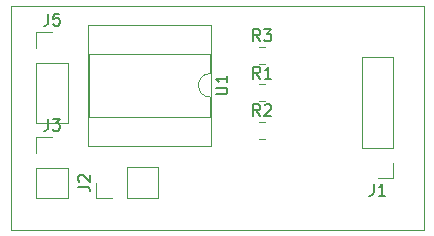
<source format=gbr>
%TF.GenerationSoftware,KiCad,Pcbnew,(5.1.6)-1*%
%TF.CreationDate,2020-09-18T09:58:32+02:00*%
%TF.ProjectId,rainbow-ledbar-CMS,7261696e-626f-4772-9d6c-65646261722d,rev?*%
%TF.SameCoordinates,Original*%
%TF.FileFunction,Legend,Top*%
%TF.FilePolarity,Positive*%
%FSLAX46Y46*%
G04 Gerber Fmt 4.6, Leading zero omitted, Abs format (unit mm)*
G04 Created by KiCad (PCBNEW (5.1.6)-1) date 2020-09-18 09:58:32*
%MOMM*%
%LPD*%
G01*
G04 APERTURE LIST*
%TA.AperFunction,Profile*%
%ADD10C,0.050000*%
%TD*%
%ADD11C,0.120000*%
%ADD12C,0.150000*%
G04 APERTURE END LIST*
D10*
X140000000Y-91000000D02*
X140000000Y-72000000D01*
X175000000Y-91000000D02*
X140000000Y-91000000D01*
X175000000Y-72000000D02*
X175000000Y-91000000D01*
X140000000Y-72000000D02*
X175000000Y-72000000D01*
D11*
%TO.C,R1*%
X161031422Y-80085000D02*
X161548578Y-80085000D01*
X161031422Y-78665000D02*
X161548578Y-78665000D01*
%TO.C,R2*%
X161031422Y-81840000D02*
X161548578Y-81840000D01*
X161031422Y-83260000D02*
X161548578Y-83260000D01*
%TO.C,R3*%
X161031422Y-76910000D02*
X161548578Y-76910000D01*
X161031422Y-75490000D02*
X161548578Y-75490000D01*
%TO.C,J1*%
X172399000Y-76350000D02*
X169739000Y-76350000D01*
X172399000Y-84030000D02*
X172399000Y-76350000D01*
X169739000Y-84030000D02*
X169739000Y-76350000D01*
X172399000Y-84030000D02*
X169739000Y-84030000D01*
X172399000Y-85300000D02*
X172399000Y-86630000D01*
X172399000Y-86630000D02*
X171069000Y-86630000D01*
%TO.C,J2*%
X152460000Y-88325000D02*
X152460000Y-85665000D01*
X149860000Y-88325000D02*
X152460000Y-88325000D01*
X149860000Y-85665000D02*
X152460000Y-85665000D01*
X149860000Y-88325000D02*
X149860000Y-85665000D01*
X148590000Y-88325000D02*
X147260000Y-88325000D01*
X147260000Y-88325000D02*
X147260000Y-86995000D01*
%TO.C,J3*%
X142180000Y-83125000D02*
X143510000Y-83125000D01*
X142180000Y-84455000D02*
X142180000Y-83125000D01*
X142180000Y-85725000D02*
X144840000Y-85725000D01*
X144840000Y-85725000D02*
X144840000Y-88325000D01*
X142180000Y-85725000D02*
X142180000Y-88325000D01*
X142180000Y-88325000D02*
X144840000Y-88325000D01*
%TO.C,J5*%
X142180000Y-81975000D02*
X144840000Y-81975000D01*
X142180000Y-76835000D02*
X142180000Y-81975000D01*
X144840000Y-76835000D02*
X144840000Y-81975000D01*
X142180000Y-76835000D02*
X144840000Y-76835000D01*
X142180000Y-75565000D02*
X142180000Y-74235000D01*
X142180000Y-74235000D02*
X143510000Y-74235000D01*
%TO.C,U1*%
X156905000Y-77740000D02*
X156905000Y-76090000D01*
X156905000Y-76090000D02*
X146625000Y-76090000D01*
X146625000Y-76090000D02*
X146625000Y-81390000D01*
X146625000Y-81390000D02*
X156905000Y-81390000D01*
X156905000Y-81390000D02*
X156905000Y-79740000D01*
X156965000Y-73600000D02*
X146565000Y-73600000D01*
X146565000Y-73600000D02*
X146565000Y-83880000D01*
X146565000Y-83880000D02*
X156965000Y-83880000D01*
X156965000Y-83880000D02*
X156965000Y-73600000D01*
X156905000Y-79740000D02*
G75*
G02*
X156905000Y-77740000I0J1000000D01*
G01*
%TD*%
%TO.C,R1*%
D12*
X161123333Y-78177380D02*
X160790000Y-77701190D01*
X160551904Y-78177380D02*
X160551904Y-77177380D01*
X160932857Y-77177380D01*
X161028095Y-77225000D01*
X161075714Y-77272619D01*
X161123333Y-77367857D01*
X161123333Y-77510714D01*
X161075714Y-77605952D01*
X161028095Y-77653571D01*
X160932857Y-77701190D01*
X160551904Y-77701190D01*
X162075714Y-78177380D02*
X161504285Y-78177380D01*
X161790000Y-78177380D02*
X161790000Y-77177380D01*
X161694761Y-77320238D01*
X161599523Y-77415476D01*
X161504285Y-77463095D01*
%TO.C,R2*%
X161123333Y-81352380D02*
X160790000Y-80876190D01*
X160551904Y-81352380D02*
X160551904Y-80352380D01*
X160932857Y-80352380D01*
X161028095Y-80400000D01*
X161075714Y-80447619D01*
X161123333Y-80542857D01*
X161123333Y-80685714D01*
X161075714Y-80780952D01*
X161028095Y-80828571D01*
X160932857Y-80876190D01*
X160551904Y-80876190D01*
X161504285Y-80447619D02*
X161551904Y-80400000D01*
X161647142Y-80352380D01*
X161885238Y-80352380D01*
X161980476Y-80400000D01*
X162028095Y-80447619D01*
X162075714Y-80542857D01*
X162075714Y-80638095D01*
X162028095Y-80780952D01*
X161456666Y-81352380D01*
X162075714Y-81352380D01*
%TO.C,R3*%
X161123333Y-75002380D02*
X160790000Y-74526190D01*
X160551904Y-75002380D02*
X160551904Y-74002380D01*
X160932857Y-74002380D01*
X161028095Y-74050000D01*
X161075714Y-74097619D01*
X161123333Y-74192857D01*
X161123333Y-74335714D01*
X161075714Y-74430952D01*
X161028095Y-74478571D01*
X160932857Y-74526190D01*
X160551904Y-74526190D01*
X161456666Y-74002380D02*
X162075714Y-74002380D01*
X161742380Y-74383333D01*
X161885238Y-74383333D01*
X161980476Y-74430952D01*
X162028095Y-74478571D01*
X162075714Y-74573809D01*
X162075714Y-74811904D01*
X162028095Y-74907142D01*
X161980476Y-74954761D01*
X161885238Y-75002380D01*
X161599523Y-75002380D01*
X161504285Y-74954761D01*
X161456666Y-74907142D01*
%TO.C,J1*%
X170735666Y-87082380D02*
X170735666Y-87796666D01*
X170688047Y-87939523D01*
X170592809Y-88034761D01*
X170449952Y-88082380D01*
X170354714Y-88082380D01*
X171735666Y-88082380D02*
X171164238Y-88082380D01*
X171449952Y-88082380D02*
X171449952Y-87082380D01*
X171354714Y-87225238D01*
X171259476Y-87320476D01*
X171164238Y-87368095D01*
%TO.C,J2*%
X145712380Y-87328333D02*
X146426666Y-87328333D01*
X146569523Y-87375952D01*
X146664761Y-87471190D01*
X146712380Y-87614047D01*
X146712380Y-87709285D01*
X145807619Y-86899761D02*
X145760000Y-86852142D01*
X145712380Y-86756904D01*
X145712380Y-86518809D01*
X145760000Y-86423571D01*
X145807619Y-86375952D01*
X145902857Y-86328333D01*
X145998095Y-86328333D01*
X146140952Y-86375952D01*
X146712380Y-86947380D01*
X146712380Y-86328333D01*
%TO.C,J3*%
X143176666Y-81577380D02*
X143176666Y-82291666D01*
X143129047Y-82434523D01*
X143033809Y-82529761D01*
X142890952Y-82577380D01*
X142795714Y-82577380D01*
X143557619Y-81577380D02*
X144176666Y-81577380D01*
X143843333Y-81958333D01*
X143986190Y-81958333D01*
X144081428Y-82005952D01*
X144129047Y-82053571D01*
X144176666Y-82148809D01*
X144176666Y-82386904D01*
X144129047Y-82482142D01*
X144081428Y-82529761D01*
X143986190Y-82577380D01*
X143700476Y-82577380D01*
X143605238Y-82529761D01*
X143557619Y-82482142D01*
%TO.C,J5*%
X143176666Y-72687380D02*
X143176666Y-73401666D01*
X143129047Y-73544523D01*
X143033809Y-73639761D01*
X142890952Y-73687380D01*
X142795714Y-73687380D01*
X144129047Y-72687380D02*
X143652857Y-72687380D01*
X143605238Y-73163571D01*
X143652857Y-73115952D01*
X143748095Y-73068333D01*
X143986190Y-73068333D01*
X144081428Y-73115952D01*
X144129047Y-73163571D01*
X144176666Y-73258809D01*
X144176666Y-73496904D01*
X144129047Y-73592142D01*
X144081428Y-73639761D01*
X143986190Y-73687380D01*
X143748095Y-73687380D01*
X143652857Y-73639761D01*
X143605238Y-73592142D01*
%TO.C,U1*%
X157357380Y-79501904D02*
X158166904Y-79501904D01*
X158262142Y-79454285D01*
X158309761Y-79406666D01*
X158357380Y-79311428D01*
X158357380Y-79120952D01*
X158309761Y-79025714D01*
X158262142Y-78978095D01*
X158166904Y-78930476D01*
X157357380Y-78930476D01*
X158357380Y-77930476D02*
X158357380Y-78501904D01*
X158357380Y-78216190D02*
X157357380Y-78216190D01*
X157500238Y-78311428D01*
X157595476Y-78406666D01*
X157643095Y-78501904D01*
%TD*%
M02*

</source>
